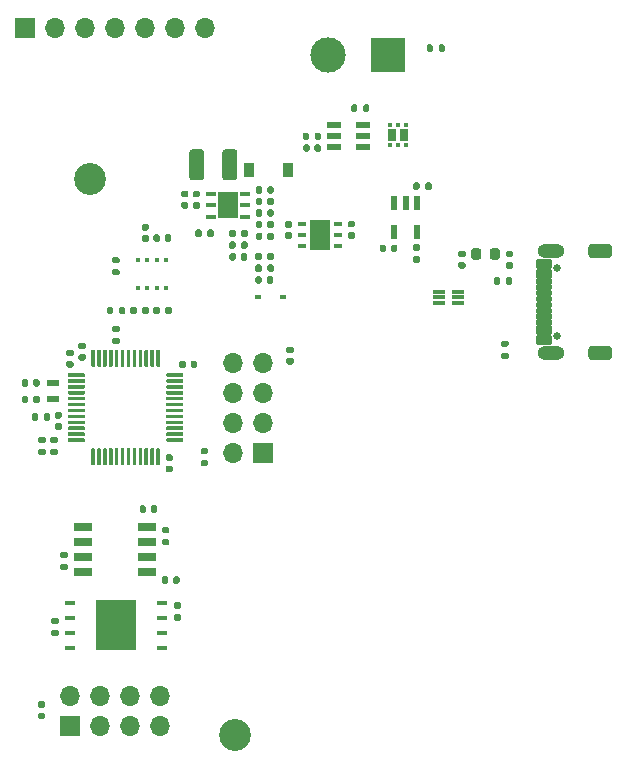
<source format=gts>
G04 #@! TF.GenerationSoftware,KiCad,Pcbnew,(5.1.12)-1*
G04 #@! TF.CreationDate,2024-11-16T16:09:52+01:00*
G04 #@! TF.ProjectId,C7W1B1V1.0,43375731-4231-4563-912e-302e6b696361,rev?*
G04 #@! TF.SameCoordinates,Original*
G04 #@! TF.FileFunction,Soldermask,Top*
G04 #@! TF.FilePolarity,Negative*
%FSLAX46Y46*%
G04 Gerber Fmt 4.6, Leading zero omitted, Abs format (unit mm)*
G04 Created by KiCad (PCBNEW (5.1.12)-1) date 2024-11-16 16:09:52*
%MOMM*%
%LPD*%
G01*
G04 APERTURE LIST*
%ADD10C,2.700000*%
%ADD11O,1.700000X1.700000*%
%ADD12R,1.700000X1.700000*%
%ADD13R,1.750000X2.500000*%
%ADD14R,0.800000X0.400000*%
%ADD15R,0.990000X0.300000*%
%ADD16C,0.650000*%
%ADD17O,2.304000X1.204000*%
%ADD18R,0.600000X1.150000*%
%ADD19C,3.000000*%
%ADD20R,3.000000X3.000000*%
%ADD21R,1.200000X0.600000*%
%ADD22R,0.720000X1.050000*%
%ADD23R,0.350000X0.300000*%
%ADD24R,1.700000X2.200000*%
%ADD25R,0.850000X0.400000*%
%ADD26R,0.600000X0.450000*%
%ADD27R,0.900000X1.200000*%
%ADD28R,0.400000X0.400000*%
%ADD29R,1.100000X0.600000*%
%ADD30R,3.450000X4.350000*%
%ADD31R,0.950000X0.450000*%
%ADD32R,1.525000X0.700000*%
G04 APERTURE END LIST*
D10*
G04 #@! TO.C,H2*
X-77980000Y-104870000D03*
G04 #@! TD*
G04 #@! TO.C,H1*
X-65730000Y-151940000D03*
G04 #@! TD*
D11*
G04 #@! TO.C,J5*
X-68210000Y-92110000D03*
X-70750000Y-92110000D03*
X-73290000Y-92110000D03*
X-75830000Y-92110000D03*
X-78370000Y-92110000D03*
X-80910000Y-92110000D03*
D12*
X-83450000Y-92110000D03*
G04 #@! TD*
D13*
G04 #@! TO.C,U9*
X-58520000Y-109650000D03*
D14*
X-57020000Y-108700000D03*
X-57020000Y-109650000D03*
X-57020000Y-110600000D03*
X-60020000Y-110600000D03*
X-60020000Y-109650000D03*
X-60020000Y-108700000D03*
G04 #@! TD*
G04 #@! TO.C,C28*
G36*
G01*
X-56030000Y-109390000D02*
X-55690000Y-109390000D01*
G75*
G02*
X-55550000Y-109530000I0J-140000D01*
G01*
X-55550000Y-109810000D01*
G75*
G02*
X-55690000Y-109950000I-140000J0D01*
G01*
X-56030000Y-109950000D01*
G75*
G02*
X-56170000Y-109810000I0J140000D01*
G01*
X-56170000Y-109530000D01*
G75*
G02*
X-56030000Y-109390000I140000J0D01*
G01*
G37*
G36*
G01*
X-56030000Y-108430000D02*
X-55690000Y-108430000D01*
G75*
G02*
X-55550000Y-108570000I0J-140000D01*
G01*
X-55550000Y-108850000D01*
G75*
G02*
X-55690000Y-108990000I-140000J0D01*
G01*
X-56030000Y-108990000D01*
G75*
G02*
X-56170000Y-108850000I0J140000D01*
G01*
X-56170000Y-108570000D01*
G75*
G02*
X-56030000Y-108430000I140000J0D01*
G01*
G37*
G04 #@! TD*
G04 #@! TO.C,C27*
G36*
G01*
X-61350000Y-109400000D02*
X-61010000Y-109400000D01*
G75*
G02*
X-60870000Y-109540000I0J-140000D01*
G01*
X-60870000Y-109820000D01*
G75*
G02*
X-61010000Y-109960000I-140000J0D01*
G01*
X-61350000Y-109960000D01*
G75*
G02*
X-61490000Y-109820000I0J140000D01*
G01*
X-61490000Y-109540000D01*
G75*
G02*
X-61350000Y-109400000I140000J0D01*
G01*
G37*
G36*
G01*
X-61350000Y-108440000D02*
X-61010000Y-108440000D01*
G75*
G02*
X-60870000Y-108580000I0J-140000D01*
G01*
X-60870000Y-108860000D01*
G75*
G02*
X-61010000Y-109000000I-140000J0D01*
G01*
X-61350000Y-109000000D01*
G75*
G02*
X-61490000Y-108860000I0J140000D01*
G01*
X-61490000Y-108580000D01*
G75*
G02*
X-61350000Y-108440000I140000J0D01*
G01*
G37*
G04 #@! TD*
D15*
G04 #@! TO.C,U5*
X-48475000Y-115420000D03*
X-48475000Y-114920000D03*
X-48475000Y-114420000D03*
X-46865000Y-114420000D03*
X-46865000Y-114920000D03*
X-46865000Y-115420000D03*
G04 #@! TD*
G04 #@! TO.C,R25*
G36*
G01*
X-81215000Y-127720000D02*
X-80845000Y-127720000D01*
G75*
G02*
X-80710000Y-127855000I0J-135000D01*
G01*
X-80710000Y-128125000D01*
G75*
G02*
X-80845000Y-128260000I-135000J0D01*
G01*
X-81215000Y-128260000D01*
G75*
G02*
X-81350000Y-128125000I0J135000D01*
G01*
X-81350000Y-127855000D01*
G75*
G02*
X-81215000Y-127720000I135000J0D01*
G01*
G37*
G36*
G01*
X-81215000Y-126700000D02*
X-80845000Y-126700000D01*
G75*
G02*
X-80710000Y-126835000I0J-135000D01*
G01*
X-80710000Y-127105000D01*
G75*
G02*
X-80845000Y-127240000I-135000J0D01*
G01*
X-81215000Y-127240000D01*
G75*
G02*
X-81350000Y-127105000I0J135000D01*
G01*
X-81350000Y-126835000D01*
G75*
G02*
X-81215000Y-126700000I135000J0D01*
G01*
G37*
G04 #@! TD*
G04 #@! TO.C,R24*
G36*
G01*
X-82225000Y-127720000D02*
X-81855000Y-127720000D01*
G75*
G02*
X-81720000Y-127855000I0J-135000D01*
G01*
X-81720000Y-128125000D01*
G75*
G02*
X-81855000Y-128260000I-135000J0D01*
G01*
X-82225000Y-128260000D01*
G75*
G02*
X-82360000Y-128125000I0J135000D01*
G01*
X-82360000Y-127855000D01*
G75*
G02*
X-82225000Y-127720000I135000J0D01*
G01*
G37*
G36*
G01*
X-82225000Y-126700000D02*
X-81855000Y-126700000D01*
G75*
G02*
X-81720000Y-126835000I0J-135000D01*
G01*
X-81720000Y-127105000D01*
G75*
G02*
X-81855000Y-127240000I-135000J0D01*
G01*
X-82225000Y-127240000D01*
G75*
G02*
X-82360000Y-127105000I0J135000D01*
G01*
X-82360000Y-126835000D01*
G75*
G02*
X-82225000Y-126700000I135000J0D01*
G01*
G37*
G04 #@! TD*
G04 #@! TO.C,R14*
G36*
G01*
X-42770000Y-113725000D02*
X-42770000Y-113355000D01*
G75*
G02*
X-42635000Y-113220000I135000J0D01*
G01*
X-42365000Y-113220000D01*
G75*
G02*
X-42230000Y-113355000I0J-135000D01*
G01*
X-42230000Y-113725000D01*
G75*
G02*
X-42365000Y-113860000I-135000J0D01*
G01*
X-42635000Y-113860000D01*
G75*
G02*
X-42770000Y-113725000I0J135000D01*
G01*
G37*
G36*
G01*
X-43790000Y-113725000D02*
X-43790000Y-113355000D01*
G75*
G02*
X-43655000Y-113220000I135000J0D01*
G01*
X-43385000Y-113220000D01*
G75*
G02*
X-43250000Y-113355000I0J-135000D01*
G01*
X-43250000Y-113725000D01*
G75*
G02*
X-43385000Y-113860000I-135000J0D01*
G01*
X-43655000Y-113860000D01*
G75*
G02*
X-43790000Y-113725000I0J135000D01*
G01*
G37*
G04 #@! TD*
G04 #@! TO.C,R13*
G36*
G01*
X-48950000Y-93635000D02*
X-48950000Y-94005000D01*
G75*
G02*
X-49085000Y-94140000I-135000J0D01*
G01*
X-49355000Y-94140000D01*
G75*
G02*
X-49490000Y-94005000I0J135000D01*
G01*
X-49490000Y-93635000D01*
G75*
G02*
X-49355000Y-93500000I135000J0D01*
G01*
X-49085000Y-93500000D01*
G75*
G02*
X-48950000Y-93635000I0J-135000D01*
G01*
G37*
G36*
G01*
X-47930000Y-93635000D02*
X-47930000Y-94005000D01*
G75*
G02*
X-48065000Y-94140000I-135000J0D01*
G01*
X-48335000Y-94140000D01*
G75*
G02*
X-48470000Y-94005000I0J135000D01*
G01*
X-48470000Y-93635000D01*
G75*
G02*
X-48335000Y-93500000I135000J0D01*
G01*
X-48065000Y-93500000D01*
G75*
G02*
X-47930000Y-93635000I0J-135000D01*
G01*
G37*
G04 #@! TD*
G04 #@! TO.C,R12*
G36*
G01*
X-42675000Y-119110000D02*
X-43045000Y-119110000D01*
G75*
G02*
X-43180000Y-118975000I0J135000D01*
G01*
X-43180000Y-118705000D01*
G75*
G02*
X-43045000Y-118570000I135000J0D01*
G01*
X-42675000Y-118570000D01*
G75*
G02*
X-42540000Y-118705000I0J-135000D01*
G01*
X-42540000Y-118975000D01*
G75*
G02*
X-42675000Y-119110000I-135000J0D01*
G01*
G37*
G36*
G01*
X-42675000Y-120130000D02*
X-43045000Y-120130000D01*
G75*
G02*
X-43180000Y-119995000I0J135000D01*
G01*
X-43180000Y-119725000D01*
G75*
G02*
X-43045000Y-119590000I135000J0D01*
G01*
X-42675000Y-119590000D01*
G75*
G02*
X-42540000Y-119725000I0J-135000D01*
G01*
X-42540000Y-119995000D01*
G75*
G02*
X-42675000Y-120130000I-135000J0D01*
G01*
G37*
G04 #@! TD*
G04 #@! TO.C,J2*
G36*
G01*
X-38970000Y-117302000D02*
X-40120000Y-117302000D01*
G75*
G02*
X-40222000Y-117200000I0J102000D01*
G01*
X-40222000Y-116900000D01*
G75*
G02*
X-40120000Y-116798000I102000J0D01*
G01*
X-38970000Y-116798000D01*
G75*
G02*
X-38868000Y-116900000I0J-102000D01*
G01*
X-38868000Y-117200000D01*
G75*
G02*
X-38970000Y-117302000I-102000J0D01*
G01*
G37*
G36*
G01*
X-38970000Y-116802000D02*
X-40120000Y-116802000D01*
G75*
G02*
X-40222000Y-116700000I0J102000D01*
G01*
X-40222000Y-116400000D01*
G75*
G02*
X-40120000Y-116298000I102000J0D01*
G01*
X-38970000Y-116298000D01*
G75*
G02*
X-38868000Y-116400000I0J-102000D01*
G01*
X-38868000Y-116700000D01*
G75*
G02*
X-38970000Y-116802000I-102000J0D01*
G01*
G37*
G36*
G01*
X-38970000Y-116302000D02*
X-40120000Y-116302000D01*
G75*
G02*
X-40222000Y-116200000I0J102000D01*
G01*
X-40222000Y-115900000D01*
G75*
G02*
X-40120000Y-115798000I102000J0D01*
G01*
X-38970000Y-115798000D01*
G75*
G02*
X-38868000Y-115900000I0J-102000D01*
G01*
X-38868000Y-116200000D01*
G75*
G02*
X-38970000Y-116302000I-102000J0D01*
G01*
G37*
G36*
G01*
X-38970000Y-113802000D02*
X-40120000Y-113802000D01*
G75*
G02*
X-40222000Y-113700000I0J102000D01*
G01*
X-40222000Y-113400000D01*
G75*
G02*
X-40120000Y-113298000I102000J0D01*
G01*
X-38970000Y-113298000D01*
G75*
G02*
X-38868000Y-113400000I0J-102000D01*
G01*
X-38868000Y-113700000D01*
G75*
G02*
X-38970000Y-113802000I-102000J0D01*
G01*
G37*
G36*
G01*
X-38970000Y-114302000D02*
X-40120000Y-114302000D01*
G75*
G02*
X-40222000Y-114200000I0J102000D01*
G01*
X-40222000Y-113900000D01*
G75*
G02*
X-40120000Y-113798000I102000J0D01*
G01*
X-38970000Y-113798000D01*
G75*
G02*
X-38868000Y-113900000I0J-102000D01*
G01*
X-38868000Y-114200000D01*
G75*
G02*
X-38970000Y-114302000I-102000J0D01*
G01*
G37*
G36*
G01*
X-38970000Y-114802000D02*
X-40120000Y-114802000D01*
G75*
G02*
X-40222000Y-114700000I0J102000D01*
G01*
X-40222000Y-114400000D01*
G75*
G02*
X-40120000Y-114298000I102000J0D01*
G01*
X-38970000Y-114298000D01*
G75*
G02*
X-38868000Y-114400000I0J-102000D01*
G01*
X-38868000Y-114700000D01*
G75*
G02*
X-38970000Y-114802000I-102000J0D01*
G01*
G37*
G36*
G01*
X-38970000Y-115802000D02*
X-40120000Y-115802000D01*
G75*
G02*
X-40222000Y-115700000I0J102000D01*
G01*
X-40222000Y-115400000D01*
G75*
G02*
X-40120000Y-115298000I102000J0D01*
G01*
X-38970000Y-115298000D01*
G75*
G02*
X-38868000Y-115400000I0J-102000D01*
G01*
X-38868000Y-115700000D01*
G75*
G02*
X-38970000Y-115802000I-102000J0D01*
G01*
G37*
G36*
G01*
X-38970000Y-115302000D02*
X-40120000Y-115302000D01*
G75*
G02*
X-40222000Y-115200000I0J102000D01*
G01*
X-40222000Y-114900000D01*
G75*
G02*
X-40120000Y-114798000I102000J0D01*
G01*
X-38970000Y-114798000D01*
G75*
G02*
X-38868000Y-114900000I0J-102000D01*
G01*
X-38868000Y-115200000D01*
G75*
G02*
X-38970000Y-115302000I-102000J0D01*
G01*
G37*
G36*
G01*
X-38970000Y-113302000D02*
X-40120000Y-113302000D01*
G75*
G02*
X-40222000Y-113200000I0J102000D01*
G01*
X-40222000Y-112600000D01*
G75*
G02*
X-40120000Y-112498000I102000J0D01*
G01*
X-38970000Y-112498000D01*
G75*
G02*
X-38868000Y-112600000I0J-102000D01*
G01*
X-38868000Y-113200000D01*
G75*
G02*
X-38970000Y-113302000I-102000J0D01*
G01*
G37*
G36*
G01*
X-38970000Y-118102000D02*
X-40120000Y-118102000D01*
G75*
G02*
X-40222000Y-118000000I0J102000D01*
G01*
X-40222000Y-117400000D01*
G75*
G02*
X-40120000Y-117298000I102000J0D01*
G01*
X-38970000Y-117298000D01*
G75*
G02*
X-38868000Y-117400000I0J-102000D01*
G01*
X-38868000Y-118000000D01*
G75*
G02*
X-38970000Y-118102000I-102000J0D01*
G01*
G37*
G36*
G01*
X-38970000Y-112502000D02*
X-40120000Y-112502000D01*
G75*
G02*
X-40222000Y-112400000I0J102000D01*
G01*
X-40222000Y-111800000D01*
G75*
G02*
X-40120000Y-111698000I102000J0D01*
G01*
X-38970000Y-111698000D01*
G75*
G02*
X-38868000Y-111800000I0J-102000D01*
G01*
X-38868000Y-112400000D01*
G75*
G02*
X-38970000Y-112502000I-102000J0D01*
G01*
G37*
G36*
G01*
X-38970000Y-118902000D02*
X-40120000Y-118902000D01*
G75*
G02*
X-40222000Y-118800000I0J102000D01*
G01*
X-40222000Y-118200000D01*
G75*
G02*
X-40120000Y-118098000I102000J0D01*
G01*
X-38970000Y-118098000D01*
G75*
G02*
X-38868000Y-118200000I0J-102000D01*
G01*
X-38868000Y-118800000D01*
G75*
G02*
X-38970000Y-118902000I-102000J0D01*
G01*
G37*
D16*
X-38470000Y-118190000D03*
X-38470000Y-112410000D03*
D17*
X-38970000Y-110980000D03*
X-38970000Y-119620000D03*
G36*
G01*
X-34089000Y-111582000D02*
X-35491000Y-111582000D01*
G75*
G02*
X-35792000Y-111281000I0J301000D01*
G01*
X-35792000Y-110679000D01*
G75*
G02*
X-35491000Y-110378000I301000J0D01*
G01*
X-34089000Y-110378000D01*
G75*
G02*
X-33788000Y-110679000I0J-301000D01*
G01*
X-33788000Y-111281000D01*
G75*
G02*
X-34089000Y-111582000I-301000J0D01*
G01*
G37*
G36*
G01*
X-34089000Y-120222000D02*
X-35491000Y-120222000D01*
G75*
G02*
X-35792000Y-119921000I0J301000D01*
G01*
X-35792000Y-119319000D01*
G75*
G02*
X-35491000Y-119018000I301000J0D01*
G01*
X-34089000Y-119018000D01*
G75*
G02*
X-33788000Y-119319000I0J-301000D01*
G01*
X-33788000Y-119921000D01*
G75*
G02*
X-34089000Y-120222000I-301000J0D01*
G01*
G37*
G04 #@! TD*
G04 #@! TO.C,F1*
G36*
G01*
X-44140000Y-111496250D02*
X-44140000Y-110983750D01*
G75*
G02*
X-43921250Y-110765000I218750J0D01*
G01*
X-43483750Y-110765000D01*
G75*
G02*
X-43265000Y-110983750I0J-218750D01*
G01*
X-43265000Y-111496250D01*
G75*
G02*
X-43483750Y-111715000I-218750J0D01*
G01*
X-43921250Y-111715000D01*
G75*
G02*
X-44140000Y-111496250I0J218750D01*
G01*
G37*
G36*
G01*
X-45715000Y-111496250D02*
X-45715000Y-110983750D01*
G75*
G02*
X-45496250Y-110765000I218750J0D01*
G01*
X-45058750Y-110765000D01*
G75*
G02*
X-44840000Y-110983750I0J-218750D01*
G01*
X-44840000Y-111496250D01*
G75*
G02*
X-45058750Y-111715000I-218750J0D01*
G01*
X-45496250Y-111715000D01*
G75*
G02*
X-45715000Y-111496250I0J218750D01*
G01*
G37*
G04 #@! TD*
G04 #@! TO.C,C14*
G36*
G01*
X-46670000Y-111910000D02*
X-46330000Y-111910000D01*
G75*
G02*
X-46190000Y-112050000I0J-140000D01*
G01*
X-46190000Y-112330000D01*
G75*
G02*
X-46330000Y-112470000I-140000J0D01*
G01*
X-46670000Y-112470000D01*
G75*
G02*
X-46810000Y-112330000I0J140000D01*
G01*
X-46810000Y-112050000D01*
G75*
G02*
X-46670000Y-111910000I140000J0D01*
G01*
G37*
G36*
G01*
X-46670000Y-110950000D02*
X-46330000Y-110950000D01*
G75*
G02*
X-46190000Y-111090000I0J-140000D01*
G01*
X-46190000Y-111370000D01*
G75*
G02*
X-46330000Y-111510000I-140000J0D01*
G01*
X-46670000Y-111510000D01*
G75*
G02*
X-46810000Y-111370000I0J140000D01*
G01*
X-46810000Y-111090000D01*
G75*
G02*
X-46670000Y-110950000I140000J0D01*
G01*
G37*
G04 #@! TD*
G04 #@! TO.C,C13*
G36*
G01*
X-42630000Y-111910000D02*
X-42290000Y-111910000D01*
G75*
G02*
X-42150000Y-112050000I0J-140000D01*
G01*
X-42150000Y-112330000D01*
G75*
G02*
X-42290000Y-112470000I-140000J0D01*
G01*
X-42630000Y-112470000D01*
G75*
G02*
X-42770000Y-112330000I0J140000D01*
G01*
X-42770000Y-112050000D01*
G75*
G02*
X-42630000Y-111910000I140000J0D01*
G01*
G37*
G36*
G01*
X-42630000Y-110950000D02*
X-42290000Y-110950000D01*
G75*
G02*
X-42150000Y-111090000I0J-140000D01*
G01*
X-42150000Y-111370000D01*
G75*
G02*
X-42290000Y-111510000I-140000J0D01*
G01*
X-42630000Y-111510000D01*
G75*
G02*
X-42770000Y-111370000I0J140000D01*
G01*
X-42770000Y-111090000D01*
G75*
G02*
X-42630000Y-110950000I140000J0D01*
G01*
G37*
G04 #@! TD*
D18*
G04 #@! TO.C,U6*
X-50320000Y-109390000D03*
X-52220000Y-109390000D03*
X-52220000Y-106890000D03*
X-51270000Y-106890000D03*
X-50320000Y-106890000D03*
G04 #@! TD*
G04 #@! TO.C,R17*
G36*
G01*
X-50515000Y-111440000D02*
X-50145000Y-111440000D01*
G75*
G02*
X-50010000Y-111575000I0J-135000D01*
G01*
X-50010000Y-111845000D01*
G75*
G02*
X-50145000Y-111980000I-135000J0D01*
G01*
X-50515000Y-111980000D01*
G75*
G02*
X-50650000Y-111845000I0J135000D01*
G01*
X-50650000Y-111575000D01*
G75*
G02*
X-50515000Y-111440000I135000J0D01*
G01*
G37*
G36*
G01*
X-50515000Y-110420000D02*
X-50145000Y-110420000D01*
G75*
G02*
X-50010000Y-110555000I0J-135000D01*
G01*
X-50010000Y-110825000D01*
G75*
G02*
X-50145000Y-110960000I-135000J0D01*
G01*
X-50515000Y-110960000D01*
G75*
G02*
X-50650000Y-110825000I0J135000D01*
G01*
X-50650000Y-110555000D01*
G75*
G02*
X-50515000Y-110420000I135000J0D01*
G01*
G37*
G04 #@! TD*
G04 #@! TO.C,R16*
G36*
G01*
X-50080000Y-105315000D02*
X-50080000Y-105685000D01*
G75*
G02*
X-50215000Y-105820000I-135000J0D01*
G01*
X-50485000Y-105820000D01*
G75*
G02*
X-50620000Y-105685000I0J135000D01*
G01*
X-50620000Y-105315000D01*
G75*
G02*
X-50485000Y-105180000I135000J0D01*
G01*
X-50215000Y-105180000D01*
G75*
G02*
X-50080000Y-105315000I0J-135000D01*
G01*
G37*
G36*
G01*
X-49060000Y-105315000D02*
X-49060000Y-105685000D01*
G75*
G02*
X-49195000Y-105820000I-135000J0D01*
G01*
X-49465000Y-105820000D01*
G75*
G02*
X-49600000Y-105685000I0J135000D01*
G01*
X-49600000Y-105315000D01*
G75*
G02*
X-49465000Y-105180000I135000J0D01*
G01*
X-49195000Y-105180000D01*
G75*
G02*
X-49060000Y-105315000I0J-135000D01*
G01*
G37*
G04 #@! TD*
D19*
G04 #@! TO.C,J3*
X-57850000Y-94350000D03*
D20*
X-52770000Y-94350000D03*
G04 #@! TD*
G04 #@! TO.C,C17*
G36*
G01*
X-52910000Y-110580000D02*
X-52910000Y-110920000D01*
G75*
G02*
X-53050000Y-111060000I-140000J0D01*
G01*
X-53330000Y-111060000D01*
G75*
G02*
X-53470000Y-110920000I0J140000D01*
G01*
X-53470000Y-110580000D01*
G75*
G02*
X-53330000Y-110440000I140000J0D01*
G01*
X-53050000Y-110440000D01*
G75*
G02*
X-52910000Y-110580000I0J-140000D01*
G01*
G37*
G36*
G01*
X-51950000Y-110580000D02*
X-51950000Y-110920000D01*
G75*
G02*
X-52090000Y-111060000I-140000J0D01*
G01*
X-52370000Y-111060000D01*
G75*
G02*
X-52510000Y-110920000I0J140000D01*
G01*
X-52510000Y-110580000D01*
G75*
G02*
X-52370000Y-110440000I140000J0D01*
G01*
X-52090000Y-110440000D01*
G75*
G02*
X-51950000Y-110580000I0J-140000D01*
G01*
G37*
G04 #@! TD*
D21*
G04 #@! TO.C,U8*
X-57360000Y-102180000D03*
X-57360000Y-101230000D03*
X-57360000Y-100280000D03*
X-54860000Y-100280000D03*
X-54860000Y-101230000D03*
X-54860000Y-102180000D03*
G04 #@! TD*
D22*
G04 #@! TO.C,Q1*
X-51430000Y-101150000D03*
X-52410000Y-101150000D03*
D23*
X-52570000Y-100275000D03*
X-51920000Y-100275000D03*
X-51270000Y-100275000D03*
X-51270000Y-102025000D03*
X-51920000Y-102025000D03*
X-52570000Y-102025000D03*
G04 #@! TD*
G04 #@! TO.C,R23*
G36*
G01*
X-59440000Y-101095000D02*
X-59440000Y-101465000D01*
G75*
G02*
X-59575000Y-101600000I-135000J0D01*
G01*
X-59845000Y-101600000D01*
G75*
G02*
X-59980000Y-101465000I0J135000D01*
G01*
X-59980000Y-101095000D01*
G75*
G02*
X-59845000Y-100960000I135000J0D01*
G01*
X-59575000Y-100960000D01*
G75*
G02*
X-59440000Y-101095000I0J-135000D01*
G01*
G37*
G36*
G01*
X-58420000Y-101095000D02*
X-58420000Y-101465000D01*
G75*
G02*
X-58555000Y-101600000I-135000J0D01*
G01*
X-58825000Y-101600000D01*
G75*
G02*
X-58960000Y-101465000I0J135000D01*
G01*
X-58960000Y-101095000D01*
G75*
G02*
X-58825000Y-100960000I135000J0D01*
G01*
X-58555000Y-100960000D01*
G75*
G02*
X-58420000Y-101095000I0J-135000D01*
G01*
G37*
G04 #@! TD*
G04 #@! TO.C,R20*
G36*
G01*
X-54860000Y-99085000D02*
X-54860000Y-98715000D01*
G75*
G02*
X-54725000Y-98580000I135000J0D01*
G01*
X-54455000Y-98580000D01*
G75*
G02*
X-54320000Y-98715000I0J-135000D01*
G01*
X-54320000Y-99085000D01*
G75*
G02*
X-54455000Y-99220000I-135000J0D01*
G01*
X-54725000Y-99220000D01*
G75*
G02*
X-54860000Y-99085000I0J135000D01*
G01*
G37*
G36*
G01*
X-55880000Y-99085000D02*
X-55880000Y-98715000D01*
G75*
G02*
X-55745000Y-98580000I135000J0D01*
G01*
X-55475000Y-98580000D01*
G75*
G02*
X-55340000Y-98715000I0J-135000D01*
G01*
X-55340000Y-99085000D01*
G75*
G02*
X-55475000Y-99220000I-135000J0D01*
G01*
X-55745000Y-99220000D01*
G75*
G02*
X-55880000Y-99085000I0J135000D01*
G01*
G37*
G04 #@! TD*
G04 #@! TO.C,C24*
G36*
G01*
X-58980000Y-102440000D02*
X-58980000Y-102100000D01*
G75*
G02*
X-58840000Y-101960000I140000J0D01*
G01*
X-58560000Y-101960000D01*
G75*
G02*
X-58420000Y-102100000I0J-140000D01*
G01*
X-58420000Y-102440000D01*
G75*
G02*
X-58560000Y-102580000I-140000J0D01*
G01*
X-58840000Y-102580000D01*
G75*
G02*
X-58980000Y-102440000I0J140000D01*
G01*
G37*
G36*
G01*
X-59940000Y-102440000D02*
X-59940000Y-102100000D01*
G75*
G02*
X-59800000Y-101960000I140000J0D01*
G01*
X-59520000Y-101960000D01*
G75*
G02*
X-59380000Y-102100000I0J-140000D01*
G01*
X-59380000Y-102440000D01*
G75*
G02*
X-59520000Y-102580000I-140000J0D01*
G01*
X-59800000Y-102580000D01*
G75*
G02*
X-59940000Y-102440000I0J140000D01*
G01*
G37*
G04 #@! TD*
D24*
G04 #@! TO.C,U7*
X-66330000Y-107130000D03*
D25*
X-64880000Y-106180000D03*
X-64880000Y-107130000D03*
X-64880000Y-108080000D03*
X-67780000Y-108080000D03*
X-67780000Y-107130000D03*
X-67780000Y-106180000D03*
G04 #@! TD*
G04 #@! TO.C,R22*
G36*
G01*
X-62960000Y-112625000D02*
X-62960000Y-112255000D01*
G75*
G02*
X-62825000Y-112120000I135000J0D01*
G01*
X-62555000Y-112120000D01*
G75*
G02*
X-62420000Y-112255000I0J-135000D01*
G01*
X-62420000Y-112625000D01*
G75*
G02*
X-62555000Y-112760000I-135000J0D01*
G01*
X-62825000Y-112760000D01*
G75*
G02*
X-62960000Y-112625000I0J135000D01*
G01*
G37*
G36*
G01*
X-63980000Y-112625000D02*
X-63980000Y-112255000D01*
G75*
G02*
X-63845000Y-112120000I135000J0D01*
G01*
X-63575000Y-112120000D01*
G75*
G02*
X-63440000Y-112255000I0J-135000D01*
G01*
X-63440000Y-112625000D01*
G75*
G02*
X-63575000Y-112760000I-135000J0D01*
G01*
X-63845000Y-112760000D01*
G75*
G02*
X-63980000Y-112625000I0J135000D01*
G01*
G37*
G04 #@! TD*
G04 #@! TO.C,R21*
G36*
G01*
X-63440000Y-111265000D02*
X-63440000Y-111635000D01*
G75*
G02*
X-63575000Y-111770000I-135000J0D01*
G01*
X-63845000Y-111770000D01*
G75*
G02*
X-63980000Y-111635000I0J135000D01*
G01*
X-63980000Y-111265000D01*
G75*
G02*
X-63845000Y-111130000I135000J0D01*
G01*
X-63575000Y-111130000D01*
G75*
G02*
X-63440000Y-111265000I0J-135000D01*
G01*
G37*
G36*
G01*
X-62420000Y-111265000D02*
X-62420000Y-111635000D01*
G75*
G02*
X-62555000Y-111770000I-135000J0D01*
G01*
X-62825000Y-111770000D01*
G75*
G02*
X-62960000Y-111635000I0J135000D01*
G01*
X-62960000Y-111265000D01*
G75*
G02*
X-62825000Y-111130000I135000J0D01*
G01*
X-62555000Y-111130000D01*
G75*
G02*
X-62420000Y-111265000I0J-135000D01*
G01*
G37*
G04 #@! TD*
G04 #@! TO.C,R19*
G36*
G01*
X-65650000Y-109305000D02*
X-65650000Y-109675000D01*
G75*
G02*
X-65785000Y-109810000I-135000J0D01*
G01*
X-66055000Y-109810000D01*
G75*
G02*
X-66190000Y-109675000I0J135000D01*
G01*
X-66190000Y-109305000D01*
G75*
G02*
X-66055000Y-109170000I135000J0D01*
G01*
X-65785000Y-109170000D01*
G75*
G02*
X-65650000Y-109305000I0J-135000D01*
G01*
G37*
G36*
G01*
X-64630000Y-109305000D02*
X-64630000Y-109675000D01*
G75*
G02*
X-64765000Y-109810000I-135000J0D01*
G01*
X-65035000Y-109810000D01*
G75*
G02*
X-65170000Y-109675000I0J135000D01*
G01*
X-65170000Y-109305000D01*
G75*
G02*
X-65035000Y-109170000I135000J0D01*
G01*
X-64765000Y-109170000D01*
G75*
G02*
X-64630000Y-109305000I0J-135000D01*
G01*
G37*
G04 #@! TD*
G04 #@! TO.C,R18*
G36*
G01*
X-65660000Y-110305000D02*
X-65660000Y-110675000D01*
G75*
G02*
X-65795000Y-110810000I-135000J0D01*
G01*
X-66065000Y-110810000D01*
G75*
G02*
X-66200000Y-110675000I0J135000D01*
G01*
X-66200000Y-110305000D01*
G75*
G02*
X-66065000Y-110170000I135000J0D01*
G01*
X-65795000Y-110170000D01*
G75*
G02*
X-65660000Y-110305000I0J-135000D01*
G01*
G37*
G36*
G01*
X-64640000Y-110305000D02*
X-64640000Y-110675000D01*
G75*
G02*
X-64775000Y-110810000I-135000J0D01*
G01*
X-65045000Y-110810000D01*
G75*
G02*
X-65180000Y-110675000I0J135000D01*
G01*
X-65180000Y-110305000D01*
G75*
G02*
X-65045000Y-110170000I135000J0D01*
G01*
X-64775000Y-110170000D01*
G75*
G02*
X-64640000Y-110305000I0J-135000D01*
G01*
G37*
G04 #@! TD*
G04 #@! TO.C,R15*
G36*
G01*
X-68530000Y-109295000D02*
X-68530000Y-109665000D01*
G75*
G02*
X-68665000Y-109800000I-135000J0D01*
G01*
X-68935000Y-109800000D01*
G75*
G02*
X-69070000Y-109665000I0J135000D01*
G01*
X-69070000Y-109295000D01*
G75*
G02*
X-68935000Y-109160000I135000J0D01*
G01*
X-68665000Y-109160000D01*
G75*
G02*
X-68530000Y-109295000I0J-135000D01*
G01*
G37*
G36*
G01*
X-67510000Y-109295000D02*
X-67510000Y-109665000D01*
G75*
G02*
X-67645000Y-109800000I-135000J0D01*
G01*
X-67915000Y-109800000D01*
G75*
G02*
X-68050000Y-109665000I0J135000D01*
G01*
X-68050000Y-109295000D01*
G75*
G02*
X-67915000Y-109160000I135000J0D01*
G01*
X-67645000Y-109160000D01*
G75*
G02*
X-67510000Y-109295000I0J-135000D01*
G01*
G37*
G04 #@! TD*
G04 #@! TO.C,L1*
G36*
G01*
X-66765000Y-104765000D02*
X-66765000Y-102615000D01*
G75*
G02*
X-66515000Y-102365000I250000J0D01*
G01*
X-65765000Y-102365000D01*
G75*
G02*
X-65515000Y-102615000I0J-250000D01*
G01*
X-65515000Y-104765000D01*
G75*
G02*
X-65765000Y-105015000I-250000J0D01*
G01*
X-66515000Y-105015000D01*
G75*
G02*
X-66765000Y-104765000I0J250000D01*
G01*
G37*
G36*
G01*
X-69565000Y-104765000D02*
X-69565000Y-102615000D01*
G75*
G02*
X-69315000Y-102365000I250000J0D01*
G01*
X-68565000Y-102365000D01*
G75*
G02*
X-68315000Y-102615000I0J-250000D01*
G01*
X-68315000Y-104765000D01*
G75*
G02*
X-68565000Y-105015000I-250000J0D01*
G01*
X-69315000Y-105015000D01*
G75*
G02*
X-69565000Y-104765000I0J250000D01*
G01*
G37*
G04 #@! TD*
D26*
G04 #@! TO.C,D2*
X-61620000Y-114920000D03*
X-63720000Y-114920000D03*
G04 #@! TD*
D27*
G04 #@! TO.C,D1*
X-64480000Y-104110000D03*
X-61180000Y-104110000D03*
G04 #@! TD*
G04 #@! TO.C,C25*
G36*
G01*
X-63390000Y-105650000D02*
X-63390000Y-105990000D01*
G75*
G02*
X-63530000Y-106130000I-140000J0D01*
G01*
X-63810000Y-106130000D01*
G75*
G02*
X-63950000Y-105990000I0J140000D01*
G01*
X-63950000Y-105650000D01*
G75*
G02*
X-63810000Y-105510000I140000J0D01*
G01*
X-63530000Y-105510000D01*
G75*
G02*
X-63390000Y-105650000I0J-140000D01*
G01*
G37*
G36*
G01*
X-62430000Y-105650000D02*
X-62430000Y-105990000D01*
G75*
G02*
X-62570000Y-106130000I-140000J0D01*
G01*
X-62850000Y-106130000D01*
G75*
G02*
X-62990000Y-105990000I0J140000D01*
G01*
X-62990000Y-105650000D01*
G75*
G02*
X-62850000Y-105510000I140000J0D01*
G01*
X-62570000Y-105510000D01*
G75*
G02*
X-62430000Y-105650000I0J-140000D01*
G01*
G37*
G04 #@! TD*
G04 #@! TO.C,C23*
G36*
G01*
X-63390000Y-109570000D02*
X-63390000Y-109910000D01*
G75*
G02*
X-63530000Y-110050000I-140000J0D01*
G01*
X-63810000Y-110050000D01*
G75*
G02*
X-63950000Y-109910000I0J140000D01*
G01*
X-63950000Y-109570000D01*
G75*
G02*
X-63810000Y-109430000I140000J0D01*
G01*
X-63530000Y-109430000D01*
G75*
G02*
X-63390000Y-109570000I0J-140000D01*
G01*
G37*
G36*
G01*
X-62430000Y-109570000D02*
X-62430000Y-109910000D01*
G75*
G02*
X-62570000Y-110050000I-140000J0D01*
G01*
X-62850000Y-110050000D01*
G75*
G02*
X-62990000Y-109910000I0J140000D01*
G01*
X-62990000Y-109570000D01*
G75*
G02*
X-62850000Y-109430000I140000J0D01*
G01*
X-62570000Y-109430000D01*
G75*
G02*
X-62430000Y-109570000I0J-140000D01*
G01*
G37*
G04 #@! TD*
G04 #@! TO.C,C22*
G36*
G01*
X-63390000Y-108580000D02*
X-63390000Y-108920000D01*
G75*
G02*
X-63530000Y-109060000I-140000J0D01*
G01*
X-63810000Y-109060000D01*
G75*
G02*
X-63950000Y-108920000I0J140000D01*
G01*
X-63950000Y-108580000D01*
G75*
G02*
X-63810000Y-108440000I140000J0D01*
G01*
X-63530000Y-108440000D01*
G75*
G02*
X-63390000Y-108580000I0J-140000D01*
G01*
G37*
G36*
G01*
X-62430000Y-108580000D02*
X-62430000Y-108920000D01*
G75*
G02*
X-62570000Y-109060000I-140000J0D01*
G01*
X-62850000Y-109060000D01*
G75*
G02*
X-62990000Y-108920000I0J140000D01*
G01*
X-62990000Y-108580000D01*
G75*
G02*
X-62850000Y-108440000I140000J0D01*
G01*
X-62570000Y-108440000D01*
G75*
G02*
X-62430000Y-108580000I0J-140000D01*
G01*
G37*
G04 #@! TD*
G04 #@! TO.C,C21*
G36*
G01*
X-63030000Y-113600000D02*
X-63030000Y-113260000D01*
G75*
G02*
X-62890000Y-113120000I140000J0D01*
G01*
X-62610000Y-113120000D01*
G75*
G02*
X-62470000Y-113260000I0J-140000D01*
G01*
X-62470000Y-113600000D01*
G75*
G02*
X-62610000Y-113740000I-140000J0D01*
G01*
X-62890000Y-113740000D01*
G75*
G02*
X-63030000Y-113600000I0J140000D01*
G01*
G37*
G36*
G01*
X-63990000Y-113600000D02*
X-63990000Y-113260000D01*
G75*
G02*
X-63850000Y-113120000I140000J0D01*
G01*
X-63570000Y-113120000D01*
G75*
G02*
X-63430000Y-113260000I0J-140000D01*
G01*
X-63430000Y-113600000D01*
G75*
G02*
X-63570000Y-113740000I-140000J0D01*
G01*
X-63850000Y-113740000D01*
G75*
G02*
X-63990000Y-113600000I0J140000D01*
G01*
G37*
G04 #@! TD*
G04 #@! TO.C,C20*
G36*
G01*
X-63390000Y-107600000D02*
X-63390000Y-107940000D01*
G75*
G02*
X-63530000Y-108080000I-140000J0D01*
G01*
X-63810000Y-108080000D01*
G75*
G02*
X-63950000Y-107940000I0J140000D01*
G01*
X-63950000Y-107600000D01*
G75*
G02*
X-63810000Y-107460000I140000J0D01*
G01*
X-63530000Y-107460000D01*
G75*
G02*
X-63390000Y-107600000I0J-140000D01*
G01*
G37*
G36*
G01*
X-62430000Y-107600000D02*
X-62430000Y-107940000D01*
G75*
G02*
X-62570000Y-108080000I-140000J0D01*
G01*
X-62850000Y-108080000D01*
G75*
G02*
X-62990000Y-107940000I0J140000D01*
G01*
X-62990000Y-107600000D01*
G75*
G02*
X-62850000Y-107460000I140000J0D01*
G01*
X-62570000Y-107460000D01*
G75*
G02*
X-62430000Y-107600000I0J-140000D01*
G01*
G37*
G04 #@! TD*
G04 #@! TO.C,C19*
G36*
G01*
X-63390000Y-106630000D02*
X-63390000Y-106970000D01*
G75*
G02*
X-63530000Y-107110000I-140000J0D01*
G01*
X-63810000Y-107110000D01*
G75*
G02*
X-63950000Y-106970000I0J140000D01*
G01*
X-63950000Y-106630000D01*
G75*
G02*
X-63810000Y-106490000I140000J0D01*
G01*
X-63530000Y-106490000D01*
G75*
G02*
X-63390000Y-106630000I0J-140000D01*
G01*
G37*
G36*
G01*
X-62430000Y-106630000D02*
X-62430000Y-106970000D01*
G75*
G02*
X-62570000Y-107110000I-140000J0D01*
G01*
X-62850000Y-107110000D01*
G75*
G02*
X-62990000Y-106970000I0J140000D01*
G01*
X-62990000Y-106630000D01*
G75*
G02*
X-62850000Y-106490000I140000J0D01*
G01*
X-62570000Y-106490000D01*
G75*
G02*
X-62430000Y-106630000I0J-140000D01*
G01*
G37*
G04 #@! TD*
G04 #@! TO.C,C18*
G36*
G01*
X-65620000Y-111310000D02*
X-65620000Y-111650000D01*
G75*
G02*
X-65760000Y-111790000I-140000J0D01*
G01*
X-66040000Y-111790000D01*
G75*
G02*
X-66180000Y-111650000I0J140000D01*
G01*
X-66180000Y-111310000D01*
G75*
G02*
X-66040000Y-111170000I140000J0D01*
G01*
X-65760000Y-111170000D01*
G75*
G02*
X-65620000Y-111310000I0J-140000D01*
G01*
G37*
G36*
G01*
X-64660000Y-111310000D02*
X-64660000Y-111650000D01*
G75*
G02*
X-64800000Y-111790000I-140000J0D01*
G01*
X-65080000Y-111790000D01*
G75*
G02*
X-65220000Y-111650000I0J140000D01*
G01*
X-65220000Y-111310000D01*
G75*
G02*
X-65080000Y-111170000I140000J0D01*
G01*
X-64800000Y-111170000D01*
G75*
G02*
X-64660000Y-111310000I0J-140000D01*
G01*
G37*
G04 #@! TD*
G04 #@! TO.C,C16*
G36*
G01*
X-68810000Y-106440000D02*
X-69150000Y-106440000D01*
G75*
G02*
X-69290000Y-106300000I0J140000D01*
G01*
X-69290000Y-106020000D01*
G75*
G02*
X-69150000Y-105880000I140000J0D01*
G01*
X-68810000Y-105880000D01*
G75*
G02*
X-68670000Y-106020000I0J-140000D01*
G01*
X-68670000Y-106300000D01*
G75*
G02*
X-68810000Y-106440000I-140000J0D01*
G01*
G37*
G36*
G01*
X-68810000Y-107400000D02*
X-69150000Y-107400000D01*
G75*
G02*
X-69290000Y-107260000I0J140000D01*
G01*
X-69290000Y-106980000D01*
G75*
G02*
X-69150000Y-106840000I140000J0D01*
G01*
X-68810000Y-106840000D01*
G75*
G02*
X-68670000Y-106980000I0J-140000D01*
G01*
X-68670000Y-107260000D01*
G75*
G02*
X-68810000Y-107400000I-140000J0D01*
G01*
G37*
G04 #@! TD*
G04 #@! TO.C,C15*
G36*
G01*
X-69790000Y-106440000D02*
X-70130000Y-106440000D01*
G75*
G02*
X-70270000Y-106300000I0J140000D01*
G01*
X-70270000Y-106020000D01*
G75*
G02*
X-70130000Y-105880000I140000J0D01*
G01*
X-69790000Y-105880000D01*
G75*
G02*
X-69650000Y-106020000I0J-140000D01*
G01*
X-69650000Y-106300000D01*
G75*
G02*
X-69790000Y-106440000I-140000J0D01*
G01*
G37*
G36*
G01*
X-69790000Y-107400000D02*
X-70130000Y-107400000D01*
G75*
G02*
X-70270000Y-107260000I0J140000D01*
G01*
X-70270000Y-106980000D01*
G75*
G02*
X-70130000Y-106840000I140000J0D01*
G01*
X-69790000Y-106840000D01*
G75*
G02*
X-69650000Y-106980000I0J-140000D01*
G01*
X-69650000Y-107260000D01*
G75*
G02*
X-69790000Y-107400000I-140000J0D01*
G01*
G37*
G04 #@! TD*
G04 #@! TO.C,R7*
G36*
G01*
X-68485000Y-128680000D02*
X-68115000Y-128680000D01*
G75*
G02*
X-67980000Y-128815000I0J-135000D01*
G01*
X-67980000Y-129085000D01*
G75*
G02*
X-68115000Y-129220000I-135000J0D01*
G01*
X-68485000Y-129220000D01*
G75*
G02*
X-68620000Y-129085000I0J135000D01*
G01*
X-68620000Y-128815000D01*
G75*
G02*
X-68485000Y-128680000I135000J0D01*
G01*
G37*
G36*
G01*
X-68485000Y-127660000D02*
X-68115000Y-127660000D01*
G75*
G02*
X-67980000Y-127795000I0J-135000D01*
G01*
X-67980000Y-128065000D01*
G75*
G02*
X-68115000Y-128200000I-135000J0D01*
G01*
X-68485000Y-128200000D01*
G75*
G02*
X-68620000Y-128065000I0J135000D01*
G01*
X-68620000Y-127795000D01*
G75*
G02*
X-68485000Y-127660000I135000J0D01*
G01*
G37*
G04 #@! TD*
G04 #@! TO.C,C10*
G36*
G01*
X-61220000Y-120040000D02*
X-60880000Y-120040000D01*
G75*
G02*
X-60740000Y-120180000I0J-140000D01*
G01*
X-60740000Y-120460000D01*
G75*
G02*
X-60880000Y-120600000I-140000J0D01*
G01*
X-61220000Y-120600000D01*
G75*
G02*
X-61360000Y-120460000I0J140000D01*
G01*
X-61360000Y-120180000D01*
G75*
G02*
X-61220000Y-120040000I140000J0D01*
G01*
G37*
G36*
G01*
X-61220000Y-119080000D02*
X-60880000Y-119080000D01*
G75*
G02*
X-60740000Y-119220000I0J-140000D01*
G01*
X-60740000Y-119500000D01*
G75*
G02*
X-60880000Y-119640000I-140000J0D01*
G01*
X-61220000Y-119640000D01*
G75*
G02*
X-61360000Y-119500000I0J140000D01*
G01*
X-61360000Y-119220000D01*
G75*
G02*
X-61220000Y-119080000I140000J0D01*
G01*
G37*
G04 #@! TD*
D11*
G04 #@! TO.C,J1*
X-65890000Y-120490000D03*
X-63350000Y-120490000D03*
X-65890000Y-123030000D03*
X-63350000Y-123030000D03*
X-65890000Y-125570000D03*
X-63350000Y-125570000D03*
X-65890000Y-128110000D03*
D12*
X-63350000Y-128110000D03*
G04 #@! TD*
D28*
G04 #@! TO.C,U2*
X-71550000Y-111750000D03*
X-72350000Y-111750000D03*
X-73150000Y-111750000D03*
X-73950000Y-111750000D03*
X-73950000Y-114150000D03*
X-73150000Y-114150000D03*
X-72350000Y-114150000D03*
X-71550000Y-114150000D03*
G04 #@! TD*
G04 #@! TO.C,R6*
G36*
G01*
X-73550000Y-116205000D02*
X-73550000Y-115835000D01*
G75*
G02*
X-73415000Y-115700000I135000J0D01*
G01*
X-73145000Y-115700000D01*
G75*
G02*
X-73010000Y-115835000I0J-135000D01*
G01*
X-73010000Y-116205000D01*
G75*
G02*
X-73145000Y-116340000I-135000J0D01*
G01*
X-73415000Y-116340000D01*
G75*
G02*
X-73550000Y-116205000I0J135000D01*
G01*
G37*
G36*
G01*
X-74570000Y-116205000D02*
X-74570000Y-115835000D01*
G75*
G02*
X-74435000Y-115700000I135000J0D01*
G01*
X-74165000Y-115700000D01*
G75*
G02*
X-74030000Y-115835000I0J-135000D01*
G01*
X-74030000Y-116205000D01*
G75*
G02*
X-74165000Y-116340000I-135000J0D01*
G01*
X-74435000Y-116340000D01*
G75*
G02*
X-74570000Y-116205000I0J135000D01*
G01*
G37*
G04 #@! TD*
G04 #@! TO.C,R5*
G36*
G01*
X-75540000Y-116215000D02*
X-75540000Y-115845000D01*
G75*
G02*
X-75405000Y-115710000I135000J0D01*
G01*
X-75135000Y-115710000D01*
G75*
G02*
X-75000000Y-115845000I0J-135000D01*
G01*
X-75000000Y-116215000D01*
G75*
G02*
X-75135000Y-116350000I-135000J0D01*
G01*
X-75405000Y-116350000D01*
G75*
G02*
X-75540000Y-116215000I0J135000D01*
G01*
G37*
G36*
G01*
X-76560000Y-116215000D02*
X-76560000Y-115845000D01*
G75*
G02*
X-76425000Y-115710000I135000J0D01*
G01*
X-76155000Y-115710000D01*
G75*
G02*
X-76020000Y-115845000I0J-135000D01*
G01*
X-76020000Y-116215000D01*
G75*
G02*
X-76155000Y-116350000I-135000J0D01*
G01*
X-76425000Y-116350000D01*
G75*
G02*
X-76560000Y-116215000I0J135000D01*
G01*
G37*
G04 #@! TD*
G04 #@! TO.C,R4*
G36*
G01*
X-72080000Y-115825000D02*
X-72080000Y-116195000D01*
G75*
G02*
X-72215000Y-116330000I-135000J0D01*
G01*
X-72485000Y-116330000D01*
G75*
G02*
X-72620000Y-116195000I0J135000D01*
G01*
X-72620000Y-115825000D01*
G75*
G02*
X-72485000Y-115690000I135000J0D01*
G01*
X-72215000Y-115690000D01*
G75*
G02*
X-72080000Y-115825000I0J-135000D01*
G01*
G37*
G36*
G01*
X-71060000Y-115825000D02*
X-71060000Y-116195000D01*
G75*
G02*
X-71195000Y-116330000I-135000J0D01*
G01*
X-71465000Y-116330000D01*
G75*
G02*
X-71600000Y-116195000I0J135000D01*
G01*
X-71600000Y-115825000D01*
G75*
G02*
X-71465000Y-115690000I135000J0D01*
G01*
X-71195000Y-115690000D01*
G75*
G02*
X-71060000Y-115825000I0J-135000D01*
G01*
G37*
G04 #@! TD*
G04 #@! TO.C,R3*
G36*
G01*
X-75985000Y-112510000D02*
X-75615000Y-112510000D01*
G75*
G02*
X-75480000Y-112645000I0J-135000D01*
G01*
X-75480000Y-112915000D01*
G75*
G02*
X-75615000Y-113050000I-135000J0D01*
G01*
X-75985000Y-113050000D01*
G75*
G02*
X-76120000Y-112915000I0J135000D01*
G01*
X-76120000Y-112645000D01*
G75*
G02*
X-75985000Y-112510000I135000J0D01*
G01*
G37*
G36*
G01*
X-75985000Y-111490000D02*
X-75615000Y-111490000D01*
G75*
G02*
X-75480000Y-111625000I0J-135000D01*
G01*
X-75480000Y-111895000D01*
G75*
G02*
X-75615000Y-112030000I-135000J0D01*
G01*
X-75985000Y-112030000D01*
G75*
G02*
X-76120000Y-111895000I0J135000D01*
G01*
X-76120000Y-111625000D01*
G75*
G02*
X-75985000Y-111490000I135000J0D01*
G01*
G37*
G04 #@! TD*
G04 #@! TO.C,C9*
G36*
G01*
X-72060000Y-109720000D02*
X-72060000Y-110060000D01*
G75*
G02*
X-72200000Y-110200000I-140000J0D01*
G01*
X-72480000Y-110200000D01*
G75*
G02*
X-72620000Y-110060000I0J140000D01*
G01*
X-72620000Y-109720000D01*
G75*
G02*
X-72480000Y-109580000I140000J0D01*
G01*
X-72200000Y-109580000D01*
G75*
G02*
X-72060000Y-109720000I0J-140000D01*
G01*
G37*
G36*
G01*
X-71100000Y-109720000D02*
X-71100000Y-110060000D01*
G75*
G02*
X-71240000Y-110200000I-140000J0D01*
G01*
X-71520000Y-110200000D01*
G75*
G02*
X-71660000Y-110060000I0J140000D01*
G01*
X-71660000Y-109720000D01*
G75*
G02*
X-71520000Y-109580000I140000J0D01*
G01*
X-71240000Y-109580000D01*
G75*
G02*
X-71100000Y-109720000I0J-140000D01*
G01*
G37*
G04 #@! TD*
G04 #@! TO.C,C8*
G36*
G01*
X-73130000Y-109250000D02*
X-73470000Y-109250000D01*
G75*
G02*
X-73610000Y-109110000I0J140000D01*
G01*
X-73610000Y-108830000D01*
G75*
G02*
X-73470000Y-108690000I140000J0D01*
G01*
X-73130000Y-108690000D01*
G75*
G02*
X-72990000Y-108830000I0J-140000D01*
G01*
X-72990000Y-109110000D01*
G75*
G02*
X-73130000Y-109250000I-140000J0D01*
G01*
G37*
G36*
G01*
X-73130000Y-110210000D02*
X-73470000Y-110210000D01*
G75*
G02*
X-73610000Y-110070000I0J140000D01*
G01*
X-73610000Y-109790000D01*
G75*
G02*
X-73470000Y-109650000I140000J0D01*
G01*
X-73130000Y-109650000D01*
G75*
G02*
X-72990000Y-109790000I0J-140000D01*
G01*
X-72990000Y-110070000D01*
G75*
G02*
X-73130000Y-110210000I-140000J0D01*
G01*
G37*
G04 #@! TD*
D29*
G04 #@! TO.C,Y1*
X-81130000Y-123550000D03*
X-81130000Y-122150000D03*
G04 #@! TD*
G04 #@! TO.C,R2*
G36*
G01*
X-81870000Y-125225000D02*
X-81870000Y-124855000D01*
G75*
G02*
X-81735000Y-124720000I135000J0D01*
G01*
X-81465000Y-124720000D01*
G75*
G02*
X-81330000Y-124855000I0J-135000D01*
G01*
X-81330000Y-125225000D01*
G75*
G02*
X-81465000Y-125360000I-135000J0D01*
G01*
X-81735000Y-125360000D01*
G75*
G02*
X-81870000Y-125225000I0J135000D01*
G01*
G37*
G36*
G01*
X-82890000Y-125225000D02*
X-82890000Y-124855000D01*
G75*
G02*
X-82755000Y-124720000I135000J0D01*
G01*
X-82485000Y-124720000D01*
G75*
G02*
X-82350000Y-124855000I0J-135000D01*
G01*
X-82350000Y-125225000D01*
G75*
G02*
X-82485000Y-125360000I-135000J0D01*
G01*
X-82755000Y-125360000D01*
G75*
G02*
X-82890000Y-125225000I0J135000D01*
G01*
G37*
G04 #@! TD*
G04 #@! TO.C,R1*
G36*
G01*
X-75595000Y-117850000D02*
X-75965000Y-117850000D01*
G75*
G02*
X-76100000Y-117715000I0J135000D01*
G01*
X-76100000Y-117445000D01*
G75*
G02*
X-75965000Y-117310000I135000J0D01*
G01*
X-75595000Y-117310000D01*
G75*
G02*
X-75460000Y-117445000I0J-135000D01*
G01*
X-75460000Y-117715000D01*
G75*
G02*
X-75595000Y-117850000I-135000J0D01*
G01*
G37*
G36*
G01*
X-75595000Y-118870000D02*
X-75965000Y-118870000D01*
G75*
G02*
X-76100000Y-118735000I0J135000D01*
G01*
X-76100000Y-118465000D01*
G75*
G02*
X-75965000Y-118330000I135000J0D01*
G01*
X-75595000Y-118330000D01*
G75*
G02*
X-75460000Y-118465000I0J-135000D01*
G01*
X-75460000Y-118735000D01*
G75*
G02*
X-75595000Y-118870000I-135000J0D01*
G01*
G37*
G04 #@! TD*
G04 #@! TO.C,C7*
G36*
G01*
X-69460000Y-120750000D02*
X-69460000Y-120410000D01*
G75*
G02*
X-69320000Y-120270000I140000J0D01*
G01*
X-69040000Y-120270000D01*
G75*
G02*
X-68900000Y-120410000I0J-140000D01*
G01*
X-68900000Y-120750000D01*
G75*
G02*
X-69040000Y-120890000I-140000J0D01*
G01*
X-69320000Y-120890000D01*
G75*
G02*
X-69460000Y-120750000I0J140000D01*
G01*
G37*
G36*
G01*
X-70420000Y-120750000D02*
X-70420000Y-120410000D01*
G75*
G02*
X-70280000Y-120270000I140000J0D01*
G01*
X-70000000Y-120270000D01*
G75*
G02*
X-69860000Y-120410000I0J-140000D01*
G01*
X-69860000Y-120750000D01*
G75*
G02*
X-70000000Y-120890000I-140000J0D01*
G01*
X-70280000Y-120890000D01*
G75*
G02*
X-70420000Y-120750000I0J140000D01*
G01*
G37*
G04 #@! TD*
G04 #@! TO.C,C6*
G36*
G01*
X-80490000Y-125170000D02*
X-80830000Y-125170000D01*
G75*
G02*
X-80970000Y-125030000I0J140000D01*
G01*
X-80970000Y-124750000D01*
G75*
G02*
X-80830000Y-124610000I140000J0D01*
G01*
X-80490000Y-124610000D01*
G75*
G02*
X-80350000Y-124750000I0J-140000D01*
G01*
X-80350000Y-125030000D01*
G75*
G02*
X-80490000Y-125170000I-140000J0D01*
G01*
G37*
G36*
G01*
X-80490000Y-126130000D02*
X-80830000Y-126130000D01*
G75*
G02*
X-80970000Y-125990000I0J140000D01*
G01*
X-80970000Y-125710000D01*
G75*
G02*
X-80830000Y-125570000I140000J0D01*
G01*
X-80490000Y-125570000D01*
G75*
G02*
X-80350000Y-125710000I0J-140000D01*
G01*
X-80350000Y-125990000D01*
G75*
G02*
X-80490000Y-126130000I-140000J0D01*
G01*
G37*
G04 #@! TD*
G04 #@! TO.C,C5*
G36*
G01*
X-78480000Y-119310000D02*
X-78820000Y-119310000D01*
G75*
G02*
X-78960000Y-119170000I0J140000D01*
G01*
X-78960000Y-118890000D01*
G75*
G02*
X-78820000Y-118750000I140000J0D01*
G01*
X-78480000Y-118750000D01*
G75*
G02*
X-78340000Y-118890000I0J-140000D01*
G01*
X-78340000Y-119170000D01*
G75*
G02*
X-78480000Y-119310000I-140000J0D01*
G01*
G37*
G36*
G01*
X-78480000Y-120270000D02*
X-78820000Y-120270000D01*
G75*
G02*
X-78960000Y-120130000I0J140000D01*
G01*
X-78960000Y-119850000D01*
G75*
G02*
X-78820000Y-119710000I140000J0D01*
G01*
X-78480000Y-119710000D01*
G75*
G02*
X-78340000Y-119850000I0J-140000D01*
G01*
X-78340000Y-120130000D01*
G75*
G02*
X-78480000Y-120270000I-140000J0D01*
G01*
G37*
G04 #@! TD*
G04 #@! TO.C,C4*
G36*
G01*
X-79510000Y-119900000D02*
X-79850000Y-119900000D01*
G75*
G02*
X-79990000Y-119760000I0J140000D01*
G01*
X-79990000Y-119480000D01*
G75*
G02*
X-79850000Y-119340000I140000J0D01*
G01*
X-79510000Y-119340000D01*
G75*
G02*
X-79370000Y-119480000I0J-140000D01*
G01*
X-79370000Y-119760000D01*
G75*
G02*
X-79510000Y-119900000I-140000J0D01*
G01*
G37*
G36*
G01*
X-79510000Y-120860000D02*
X-79850000Y-120860000D01*
G75*
G02*
X-79990000Y-120720000I0J140000D01*
G01*
X-79990000Y-120440000D01*
G75*
G02*
X-79850000Y-120300000I140000J0D01*
G01*
X-79510000Y-120300000D01*
G75*
G02*
X-79370000Y-120440000I0J-140000D01*
G01*
X-79370000Y-120720000D01*
G75*
G02*
X-79510000Y-120860000I-140000J0D01*
G01*
G37*
G04 #@! TD*
G04 #@! TO.C,C3*
G36*
G01*
X-71450000Y-129160000D02*
X-71110000Y-129160000D01*
G75*
G02*
X-70970000Y-129300000I0J-140000D01*
G01*
X-70970000Y-129580000D01*
G75*
G02*
X-71110000Y-129720000I-140000J0D01*
G01*
X-71450000Y-129720000D01*
G75*
G02*
X-71590000Y-129580000I0J140000D01*
G01*
X-71590000Y-129300000D01*
G75*
G02*
X-71450000Y-129160000I140000J0D01*
G01*
G37*
G36*
G01*
X-71450000Y-128200000D02*
X-71110000Y-128200000D01*
G75*
G02*
X-70970000Y-128340000I0J-140000D01*
G01*
X-70970000Y-128620000D01*
G75*
G02*
X-71110000Y-128760000I-140000J0D01*
G01*
X-71450000Y-128760000D01*
G75*
G02*
X-71590000Y-128620000I0J140000D01*
G01*
X-71590000Y-128340000D01*
G75*
G02*
X-71450000Y-128200000I140000J0D01*
G01*
G37*
G04 #@! TD*
G04 #@! TO.C,C2*
G36*
G01*
X-82800000Y-123720000D02*
X-82800000Y-123380000D01*
G75*
G02*
X-82660000Y-123240000I140000J0D01*
G01*
X-82380000Y-123240000D01*
G75*
G02*
X-82240000Y-123380000I0J-140000D01*
G01*
X-82240000Y-123720000D01*
G75*
G02*
X-82380000Y-123860000I-140000J0D01*
G01*
X-82660000Y-123860000D01*
G75*
G02*
X-82800000Y-123720000I0J140000D01*
G01*
G37*
G36*
G01*
X-83760000Y-123720000D02*
X-83760000Y-123380000D01*
G75*
G02*
X-83620000Y-123240000I140000J0D01*
G01*
X-83340000Y-123240000D01*
G75*
G02*
X-83200000Y-123380000I0J-140000D01*
G01*
X-83200000Y-123720000D01*
G75*
G02*
X-83340000Y-123860000I-140000J0D01*
G01*
X-83620000Y-123860000D01*
G75*
G02*
X-83760000Y-123720000I0J140000D01*
G01*
G37*
G04 #@! TD*
G04 #@! TO.C,C1*
G36*
G01*
X-82800000Y-122320000D02*
X-82800000Y-121980000D01*
G75*
G02*
X-82660000Y-121840000I140000J0D01*
G01*
X-82380000Y-121840000D01*
G75*
G02*
X-82240000Y-121980000I0J-140000D01*
G01*
X-82240000Y-122320000D01*
G75*
G02*
X-82380000Y-122460000I-140000J0D01*
G01*
X-82660000Y-122460000D01*
G75*
G02*
X-82800000Y-122320000I0J140000D01*
G01*
G37*
G36*
G01*
X-83760000Y-122320000D02*
X-83760000Y-121980000D01*
G75*
G02*
X-83620000Y-121840000I140000J0D01*
G01*
X-83340000Y-121840000D01*
G75*
G02*
X-83200000Y-121980000I0J-140000D01*
G01*
X-83200000Y-122320000D01*
G75*
G02*
X-83340000Y-122460000I-140000J0D01*
G01*
X-83620000Y-122460000D01*
G75*
G02*
X-83760000Y-122320000I0J140000D01*
G01*
G37*
G04 #@! TD*
D11*
G04 #@! TO.C,J4*
X-72090000Y-148620000D03*
X-72090000Y-151160000D03*
X-74630000Y-148620000D03*
X-74630000Y-151160000D03*
X-77170000Y-148620000D03*
X-77170000Y-151160000D03*
X-79710000Y-148620000D03*
D12*
X-79710000Y-151160000D03*
G04 #@! TD*
G04 #@! TO.C,U1*
G36*
G01*
X-77870000Y-120740000D02*
X-77870000Y-119415000D01*
G75*
G02*
X-77795000Y-119340000I75000J0D01*
G01*
X-77645000Y-119340000D01*
G75*
G02*
X-77570000Y-119415000I0J-75000D01*
G01*
X-77570000Y-120740000D01*
G75*
G02*
X-77645000Y-120815000I-75000J0D01*
G01*
X-77795000Y-120815000D01*
G75*
G02*
X-77870000Y-120740000I0J75000D01*
G01*
G37*
G36*
G01*
X-77370000Y-120740000D02*
X-77370000Y-119415000D01*
G75*
G02*
X-77295000Y-119340000I75000J0D01*
G01*
X-77145000Y-119340000D01*
G75*
G02*
X-77070000Y-119415000I0J-75000D01*
G01*
X-77070000Y-120740000D01*
G75*
G02*
X-77145000Y-120815000I-75000J0D01*
G01*
X-77295000Y-120815000D01*
G75*
G02*
X-77370000Y-120740000I0J75000D01*
G01*
G37*
G36*
G01*
X-76870000Y-120740000D02*
X-76870000Y-119415000D01*
G75*
G02*
X-76795000Y-119340000I75000J0D01*
G01*
X-76645000Y-119340000D01*
G75*
G02*
X-76570000Y-119415000I0J-75000D01*
G01*
X-76570000Y-120740000D01*
G75*
G02*
X-76645000Y-120815000I-75000J0D01*
G01*
X-76795000Y-120815000D01*
G75*
G02*
X-76870000Y-120740000I0J75000D01*
G01*
G37*
G36*
G01*
X-76370000Y-120740000D02*
X-76370000Y-119415000D01*
G75*
G02*
X-76295000Y-119340000I75000J0D01*
G01*
X-76145000Y-119340000D01*
G75*
G02*
X-76070000Y-119415000I0J-75000D01*
G01*
X-76070000Y-120740000D01*
G75*
G02*
X-76145000Y-120815000I-75000J0D01*
G01*
X-76295000Y-120815000D01*
G75*
G02*
X-76370000Y-120740000I0J75000D01*
G01*
G37*
G36*
G01*
X-75870000Y-120740000D02*
X-75870000Y-119415000D01*
G75*
G02*
X-75795000Y-119340000I75000J0D01*
G01*
X-75645000Y-119340000D01*
G75*
G02*
X-75570000Y-119415000I0J-75000D01*
G01*
X-75570000Y-120740000D01*
G75*
G02*
X-75645000Y-120815000I-75000J0D01*
G01*
X-75795000Y-120815000D01*
G75*
G02*
X-75870000Y-120740000I0J75000D01*
G01*
G37*
G36*
G01*
X-75370000Y-120740000D02*
X-75370000Y-119415000D01*
G75*
G02*
X-75295000Y-119340000I75000J0D01*
G01*
X-75145000Y-119340000D01*
G75*
G02*
X-75070000Y-119415000I0J-75000D01*
G01*
X-75070000Y-120740000D01*
G75*
G02*
X-75145000Y-120815000I-75000J0D01*
G01*
X-75295000Y-120815000D01*
G75*
G02*
X-75370000Y-120740000I0J75000D01*
G01*
G37*
G36*
G01*
X-74870000Y-120740000D02*
X-74870000Y-119415000D01*
G75*
G02*
X-74795000Y-119340000I75000J0D01*
G01*
X-74645000Y-119340000D01*
G75*
G02*
X-74570000Y-119415000I0J-75000D01*
G01*
X-74570000Y-120740000D01*
G75*
G02*
X-74645000Y-120815000I-75000J0D01*
G01*
X-74795000Y-120815000D01*
G75*
G02*
X-74870000Y-120740000I0J75000D01*
G01*
G37*
G36*
G01*
X-74370000Y-120740000D02*
X-74370000Y-119415000D01*
G75*
G02*
X-74295000Y-119340000I75000J0D01*
G01*
X-74145000Y-119340000D01*
G75*
G02*
X-74070000Y-119415000I0J-75000D01*
G01*
X-74070000Y-120740000D01*
G75*
G02*
X-74145000Y-120815000I-75000J0D01*
G01*
X-74295000Y-120815000D01*
G75*
G02*
X-74370000Y-120740000I0J75000D01*
G01*
G37*
G36*
G01*
X-73870000Y-120740000D02*
X-73870000Y-119415000D01*
G75*
G02*
X-73795000Y-119340000I75000J0D01*
G01*
X-73645000Y-119340000D01*
G75*
G02*
X-73570000Y-119415000I0J-75000D01*
G01*
X-73570000Y-120740000D01*
G75*
G02*
X-73645000Y-120815000I-75000J0D01*
G01*
X-73795000Y-120815000D01*
G75*
G02*
X-73870000Y-120740000I0J75000D01*
G01*
G37*
G36*
G01*
X-73370000Y-120740000D02*
X-73370000Y-119415000D01*
G75*
G02*
X-73295000Y-119340000I75000J0D01*
G01*
X-73145000Y-119340000D01*
G75*
G02*
X-73070000Y-119415000I0J-75000D01*
G01*
X-73070000Y-120740000D01*
G75*
G02*
X-73145000Y-120815000I-75000J0D01*
G01*
X-73295000Y-120815000D01*
G75*
G02*
X-73370000Y-120740000I0J75000D01*
G01*
G37*
G36*
G01*
X-72870000Y-120740000D02*
X-72870000Y-119415000D01*
G75*
G02*
X-72795000Y-119340000I75000J0D01*
G01*
X-72645000Y-119340000D01*
G75*
G02*
X-72570000Y-119415000I0J-75000D01*
G01*
X-72570000Y-120740000D01*
G75*
G02*
X-72645000Y-120815000I-75000J0D01*
G01*
X-72795000Y-120815000D01*
G75*
G02*
X-72870000Y-120740000I0J75000D01*
G01*
G37*
G36*
G01*
X-72370000Y-120740000D02*
X-72370000Y-119415000D01*
G75*
G02*
X-72295000Y-119340000I75000J0D01*
G01*
X-72145000Y-119340000D01*
G75*
G02*
X-72070000Y-119415000I0J-75000D01*
G01*
X-72070000Y-120740000D01*
G75*
G02*
X-72145000Y-120815000I-75000J0D01*
G01*
X-72295000Y-120815000D01*
G75*
G02*
X-72370000Y-120740000I0J75000D01*
G01*
G37*
G36*
G01*
X-71545000Y-121565000D02*
X-71545000Y-121415000D01*
G75*
G02*
X-71470000Y-121340000I75000J0D01*
G01*
X-70145000Y-121340000D01*
G75*
G02*
X-70070000Y-121415000I0J-75000D01*
G01*
X-70070000Y-121565000D01*
G75*
G02*
X-70145000Y-121640000I-75000J0D01*
G01*
X-71470000Y-121640000D01*
G75*
G02*
X-71545000Y-121565000I0J75000D01*
G01*
G37*
G36*
G01*
X-71545000Y-122065000D02*
X-71545000Y-121915000D01*
G75*
G02*
X-71470000Y-121840000I75000J0D01*
G01*
X-70145000Y-121840000D01*
G75*
G02*
X-70070000Y-121915000I0J-75000D01*
G01*
X-70070000Y-122065000D01*
G75*
G02*
X-70145000Y-122140000I-75000J0D01*
G01*
X-71470000Y-122140000D01*
G75*
G02*
X-71545000Y-122065000I0J75000D01*
G01*
G37*
G36*
G01*
X-71545000Y-122565000D02*
X-71545000Y-122415000D01*
G75*
G02*
X-71470000Y-122340000I75000J0D01*
G01*
X-70145000Y-122340000D01*
G75*
G02*
X-70070000Y-122415000I0J-75000D01*
G01*
X-70070000Y-122565000D01*
G75*
G02*
X-70145000Y-122640000I-75000J0D01*
G01*
X-71470000Y-122640000D01*
G75*
G02*
X-71545000Y-122565000I0J75000D01*
G01*
G37*
G36*
G01*
X-71545000Y-123065000D02*
X-71545000Y-122915000D01*
G75*
G02*
X-71470000Y-122840000I75000J0D01*
G01*
X-70145000Y-122840000D01*
G75*
G02*
X-70070000Y-122915000I0J-75000D01*
G01*
X-70070000Y-123065000D01*
G75*
G02*
X-70145000Y-123140000I-75000J0D01*
G01*
X-71470000Y-123140000D01*
G75*
G02*
X-71545000Y-123065000I0J75000D01*
G01*
G37*
G36*
G01*
X-71545000Y-123565000D02*
X-71545000Y-123415000D01*
G75*
G02*
X-71470000Y-123340000I75000J0D01*
G01*
X-70145000Y-123340000D01*
G75*
G02*
X-70070000Y-123415000I0J-75000D01*
G01*
X-70070000Y-123565000D01*
G75*
G02*
X-70145000Y-123640000I-75000J0D01*
G01*
X-71470000Y-123640000D01*
G75*
G02*
X-71545000Y-123565000I0J75000D01*
G01*
G37*
G36*
G01*
X-71545000Y-124065000D02*
X-71545000Y-123915000D01*
G75*
G02*
X-71470000Y-123840000I75000J0D01*
G01*
X-70145000Y-123840000D01*
G75*
G02*
X-70070000Y-123915000I0J-75000D01*
G01*
X-70070000Y-124065000D01*
G75*
G02*
X-70145000Y-124140000I-75000J0D01*
G01*
X-71470000Y-124140000D01*
G75*
G02*
X-71545000Y-124065000I0J75000D01*
G01*
G37*
G36*
G01*
X-71545000Y-124565000D02*
X-71545000Y-124415000D01*
G75*
G02*
X-71470000Y-124340000I75000J0D01*
G01*
X-70145000Y-124340000D01*
G75*
G02*
X-70070000Y-124415000I0J-75000D01*
G01*
X-70070000Y-124565000D01*
G75*
G02*
X-70145000Y-124640000I-75000J0D01*
G01*
X-71470000Y-124640000D01*
G75*
G02*
X-71545000Y-124565000I0J75000D01*
G01*
G37*
G36*
G01*
X-71545000Y-125065000D02*
X-71545000Y-124915000D01*
G75*
G02*
X-71470000Y-124840000I75000J0D01*
G01*
X-70145000Y-124840000D01*
G75*
G02*
X-70070000Y-124915000I0J-75000D01*
G01*
X-70070000Y-125065000D01*
G75*
G02*
X-70145000Y-125140000I-75000J0D01*
G01*
X-71470000Y-125140000D01*
G75*
G02*
X-71545000Y-125065000I0J75000D01*
G01*
G37*
G36*
G01*
X-71545000Y-125565000D02*
X-71545000Y-125415000D01*
G75*
G02*
X-71470000Y-125340000I75000J0D01*
G01*
X-70145000Y-125340000D01*
G75*
G02*
X-70070000Y-125415000I0J-75000D01*
G01*
X-70070000Y-125565000D01*
G75*
G02*
X-70145000Y-125640000I-75000J0D01*
G01*
X-71470000Y-125640000D01*
G75*
G02*
X-71545000Y-125565000I0J75000D01*
G01*
G37*
G36*
G01*
X-71545000Y-126065000D02*
X-71545000Y-125915000D01*
G75*
G02*
X-71470000Y-125840000I75000J0D01*
G01*
X-70145000Y-125840000D01*
G75*
G02*
X-70070000Y-125915000I0J-75000D01*
G01*
X-70070000Y-126065000D01*
G75*
G02*
X-70145000Y-126140000I-75000J0D01*
G01*
X-71470000Y-126140000D01*
G75*
G02*
X-71545000Y-126065000I0J75000D01*
G01*
G37*
G36*
G01*
X-71545000Y-126565000D02*
X-71545000Y-126415000D01*
G75*
G02*
X-71470000Y-126340000I75000J0D01*
G01*
X-70145000Y-126340000D01*
G75*
G02*
X-70070000Y-126415000I0J-75000D01*
G01*
X-70070000Y-126565000D01*
G75*
G02*
X-70145000Y-126640000I-75000J0D01*
G01*
X-71470000Y-126640000D01*
G75*
G02*
X-71545000Y-126565000I0J75000D01*
G01*
G37*
G36*
G01*
X-71545000Y-127065000D02*
X-71545000Y-126915000D01*
G75*
G02*
X-71470000Y-126840000I75000J0D01*
G01*
X-70145000Y-126840000D01*
G75*
G02*
X-70070000Y-126915000I0J-75000D01*
G01*
X-70070000Y-127065000D01*
G75*
G02*
X-70145000Y-127140000I-75000J0D01*
G01*
X-71470000Y-127140000D01*
G75*
G02*
X-71545000Y-127065000I0J75000D01*
G01*
G37*
G36*
G01*
X-72370000Y-129065000D02*
X-72370000Y-127740000D01*
G75*
G02*
X-72295000Y-127665000I75000J0D01*
G01*
X-72145000Y-127665000D01*
G75*
G02*
X-72070000Y-127740000I0J-75000D01*
G01*
X-72070000Y-129065000D01*
G75*
G02*
X-72145000Y-129140000I-75000J0D01*
G01*
X-72295000Y-129140000D01*
G75*
G02*
X-72370000Y-129065000I0J75000D01*
G01*
G37*
G36*
G01*
X-72870000Y-129065000D02*
X-72870000Y-127740000D01*
G75*
G02*
X-72795000Y-127665000I75000J0D01*
G01*
X-72645000Y-127665000D01*
G75*
G02*
X-72570000Y-127740000I0J-75000D01*
G01*
X-72570000Y-129065000D01*
G75*
G02*
X-72645000Y-129140000I-75000J0D01*
G01*
X-72795000Y-129140000D01*
G75*
G02*
X-72870000Y-129065000I0J75000D01*
G01*
G37*
G36*
G01*
X-73370000Y-129065000D02*
X-73370000Y-127740000D01*
G75*
G02*
X-73295000Y-127665000I75000J0D01*
G01*
X-73145000Y-127665000D01*
G75*
G02*
X-73070000Y-127740000I0J-75000D01*
G01*
X-73070000Y-129065000D01*
G75*
G02*
X-73145000Y-129140000I-75000J0D01*
G01*
X-73295000Y-129140000D01*
G75*
G02*
X-73370000Y-129065000I0J75000D01*
G01*
G37*
G36*
G01*
X-73870000Y-129065000D02*
X-73870000Y-127740000D01*
G75*
G02*
X-73795000Y-127665000I75000J0D01*
G01*
X-73645000Y-127665000D01*
G75*
G02*
X-73570000Y-127740000I0J-75000D01*
G01*
X-73570000Y-129065000D01*
G75*
G02*
X-73645000Y-129140000I-75000J0D01*
G01*
X-73795000Y-129140000D01*
G75*
G02*
X-73870000Y-129065000I0J75000D01*
G01*
G37*
G36*
G01*
X-74370000Y-129065000D02*
X-74370000Y-127740000D01*
G75*
G02*
X-74295000Y-127665000I75000J0D01*
G01*
X-74145000Y-127665000D01*
G75*
G02*
X-74070000Y-127740000I0J-75000D01*
G01*
X-74070000Y-129065000D01*
G75*
G02*
X-74145000Y-129140000I-75000J0D01*
G01*
X-74295000Y-129140000D01*
G75*
G02*
X-74370000Y-129065000I0J75000D01*
G01*
G37*
G36*
G01*
X-74870000Y-129065000D02*
X-74870000Y-127740000D01*
G75*
G02*
X-74795000Y-127665000I75000J0D01*
G01*
X-74645000Y-127665000D01*
G75*
G02*
X-74570000Y-127740000I0J-75000D01*
G01*
X-74570000Y-129065000D01*
G75*
G02*
X-74645000Y-129140000I-75000J0D01*
G01*
X-74795000Y-129140000D01*
G75*
G02*
X-74870000Y-129065000I0J75000D01*
G01*
G37*
G36*
G01*
X-75370000Y-129065000D02*
X-75370000Y-127740000D01*
G75*
G02*
X-75295000Y-127665000I75000J0D01*
G01*
X-75145000Y-127665000D01*
G75*
G02*
X-75070000Y-127740000I0J-75000D01*
G01*
X-75070000Y-129065000D01*
G75*
G02*
X-75145000Y-129140000I-75000J0D01*
G01*
X-75295000Y-129140000D01*
G75*
G02*
X-75370000Y-129065000I0J75000D01*
G01*
G37*
G36*
G01*
X-75870000Y-129065000D02*
X-75870000Y-127740000D01*
G75*
G02*
X-75795000Y-127665000I75000J0D01*
G01*
X-75645000Y-127665000D01*
G75*
G02*
X-75570000Y-127740000I0J-75000D01*
G01*
X-75570000Y-129065000D01*
G75*
G02*
X-75645000Y-129140000I-75000J0D01*
G01*
X-75795000Y-129140000D01*
G75*
G02*
X-75870000Y-129065000I0J75000D01*
G01*
G37*
G36*
G01*
X-76370000Y-129065000D02*
X-76370000Y-127740000D01*
G75*
G02*
X-76295000Y-127665000I75000J0D01*
G01*
X-76145000Y-127665000D01*
G75*
G02*
X-76070000Y-127740000I0J-75000D01*
G01*
X-76070000Y-129065000D01*
G75*
G02*
X-76145000Y-129140000I-75000J0D01*
G01*
X-76295000Y-129140000D01*
G75*
G02*
X-76370000Y-129065000I0J75000D01*
G01*
G37*
G36*
G01*
X-76870000Y-129065000D02*
X-76870000Y-127740000D01*
G75*
G02*
X-76795000Y-127665000I75000J0D01*
G01*
X-76645000Y-127665000D01*
G75*
G02*
X-76570000Y-127740000I0J-75000D01*
G01*
X-76570000Y-129065000D01*
G75*
G02*
X-76645000Y-129140000I-75000J0D01*
G01*
X-76795000Y-129140000D01*
G75*
G02*
X-76870000Y-129065000I0J75000D01*
G01*
G37*
G36*
G01*
X-77370000Y-129065000D02*
X-77370000Y-127740000D01*
G75*
G02*
X-77295000Y-127665000I75000J0D01*
G01*
X-77145000Y-127665000D01*
G75*
G02*
X-77070000Y-127740000I0J-75000D01*
G01*
X-77070000Y-129065000D01*
G75*
G02*
X-77145000Y-129140000I-75000J0D01*
G01*
X-77295000Y-129140000D01*
G75*
G02*
X-77370000Y-129065000I0J75000D01*
G01*
G37*
G36*
G01*
X-77870000Y-129065000D02*
X-77870000Y-127740000D01*
G75*
G02*
X-77795000Y-127665000I75000J0D01*
G01*
X-77645000Y-127665000D01*
G75*
G02*
X-77570000Y-127740000I0J-75000D01*
G01*
X-77570000Y-129065000D01*
G75*
G02*
X-77645000Y-129140000I-75000J0D01*
G01*
X-77795000Y-129140000D01*
G75*
G02*
X-77870000Y-129065000I0J75000D01*
G01*
G37*
G36*
G01*
X-79870000Y-127065000D02*
X-79870000Y-126915000D01*
G75*
G02*
X-79795000Y-126840000I75000J0D01*
G01*
X-78470000Y-126840000D01*
G75*
G02*
X-78395000Y-126915000I0J-75000D01*
G01*
X-78395000Y-127065000D01*
G75*
G02*
X-78470000Y-127140000I-75000J0D01*
G01*
X-79795000Y-127140000D01*
G75*
G02*
X-79870000Y-127065000I0J75000D01*
G01*
G37*
G36*
G01*
X-79870000Y-126565000D02*
X-79870000Y-126415000D01*
G75*
G02*
X-79795000Y-126340000I75000J0D01*
G01*
X-78470000Y-126340000D01*
G75*
G02*
X-78395000Y-126415000I0J-75000D01*
G01*
X-78395000Y-126565000D01*
G75*
G02*
X-78470000Y-126640000I-75000J0D01*
G01*
X-79795000Y-126640000D01*
G75*
G02*
X-79870000Y-126565000I0J75000D01*
G01*
G37*
G36*
G01*
X-79870000Y-126065000D02*
X-79870000Y-125915000D01*
G75*
G02*
X-79795000Y-125840000I75000J0D01*
G01*
X-78470000Y-125840000D01*
G75*
G02*
X-78395000Y-125915000I0J-75000D01*
G01*
X-78395000Y-126065000D01*
G75*
G02*
X-78470000Y-126140000I-75000J0D01*
G01*
X-79795000Y-126140000D01*
G75*
G02*
X-79870000Y-126065000I0J75000D01*
G01*
G37*
G36*
G01*
X-79870000Y-125565000D02*
X-79870000Y-125415000D01*
G75*
G02*
X-79795000Y-125340000I75000J0D01*
G01*
X-78470000Y-125340000D01*
G75*
G02*
X-78395000Y-125415000I0J-75000D01*
G01*
X-78395000Y-125565000D01*
G75*
G02*
X-78470000Y-125640000I-75000J0D01*
G01*
X-79795000Y-125640000D01*
G75*
G02*
X-79870000Y-125565000I0J75000D01*
G01*
G37*
G36*
G01*
X-79870000Y-125065000D02*
X-79870000Y-124915000D01*
G75*
G02*
X-79795000Y-124840000I75000J0D01*
G01*
X-78470000Y-124840000D01*
G75*
G02*
X-78395000Y-124915000I0J-75000D01*
G01*
X-78395000Y-125065000D01*
G75*
G02*
X-78470000Y-125140000I-75000J0D01*
G01*
X-79795000Y-125140000D01*
G75*
G02*
X-79870000Y-125065000I0J75000D01*
G01*
G37*
G36*
G01*
X-79870000Y-124565000D02*
X-79870000Y-124415000D01*
G75*
G02*
X-79795000Y-124340000I75000J0D01*
G01*
X-78470000Y-124340000D01*
G75*
G02*
X-78395000Y-124415000I0J-75000D01*
G01*
X-78395000Y-124565000D01*
G75*
G02*
X-78470000Y-124640000I-75000J0D01*
G01*
X-79795000Y-124640000D01*
G75*
G02*
X-79870000Y-124565000I0J75000D01*
G01*
G37*
G36*
G01*
X-79870000Y-124065000D02*
X-79870000Y-123915000D01*
G75*
G02*
X-79795000Y-123840000I75000J0D01*
G01*
X-78470000Y-123840000D01*
G75*
G02*
X-78395000Y-123915000I0J-75000D01*
G01*
X-78395000Y-124065000D01*
G75*
G02*
X-78470000Y-124140000I-75000J0D01*
G01*
X-79795000Y-124140000D01*
G75*
G02*
X-79870000Y-124065000I0J75000D01*
G01*
G37*
G36*
G01*
X-79870000Y-123565000D02*
X-79870000Y-123415000D01*
G75*
G02*
X-79795000Y-123340000I75000J0D01*
G01*
X-78470000Y-123340000D01*
G75*
G02*
X-78395000Y-123415000I0J-75000D01*
G01*
X-78395000Y-123565000D01*
G75*
G02*
X-78470000Y-123640000I-75000J0D01*
G01*
X-79795000Y-123640000D01*
G75*
G02*
X-79870000Y-123565000I0J75000D01*
G01*
G37*
G36*
G01*
X-79870000Y-123065000D02*
X-79870000Y-122915000D01*
G75*
G02*
X-79795000Y-122840000I75000J0D01*
G01*
X-78470000Y-122840000D01*
G75*
G02*
X-78395000Y-122915000I0J-75000D01*
G01*
X-78395000Y-123065000D01*
G75*
G02*
X-78470000Y-123140000I-75000J0D01*
G01*
X-79795000Y-123140000D01*
G75*
G02*
X-79870000Y-123065000I0J75000D01*
G01*
G37*
G36*
G01*
X-79870000Y-122565000D02*
X-79870000Y-122415000D01*
G75*
G02*
X-79795000Y-122340000I75000J0D01*
G01*
X-78470000Y-122340000D01*
G75*
G02*
X-78395000Y-122415000I0J-75000D01*
G01*
X-78395000Y-122565000D01*
G75*
G02*
X-78470000Y-122640000I-75000J0D01*
G01*
X-79795000Y-122640000D01*
G75*
G02*
X-79870000Y-122565000I0J75000D01*
G01*
G37*
G36*
G01*
X-79870000Y-122065000D02*
X-79870000Y-121915000D01*
G75*
G02*
X-79795000Y-121840000I75000J0D01*
G01*
X-78470000Y-121840000D01*
G75*
G02*
X-78395000Y-121915000I0J-75000D01*
G01*
X-78395000Y-122065000D01*
G75*
G02*
X-78470000Y-122140000I-75000J0D01*
G01*
X-79795000Y-122140000D01*
G75*
G02*
X-79870000Y-122065000I0J75000D01*
G01*
G37*
G36*
G01*
X-79870000Y-121565000D02*
X-79870000Y-121415000D01*
G75*
G02*
X-79795000Y-121340000I75000J0D01*
G01*
X-78470000Y-121340000D01*
G75*
G02*
X-78395000Y-121415000I0J-75000D01*
G01*
X-78395000Y-121565000D01*
G75*
G02*
X-78470000Y-121640000I-75000J0D01*
G01*
X-79795000Y-121640000D01*
G75*
G02*
X-79870000Y-121565000I0J75000D01*
G01*
G37*
G04 #@! TD*
D30*
G04 #@! TO.C,U4*
X-75750000Y-142690000D03*
D31*
X-71850000Y-140785000D03*
X-71850000Y-142055000D03*
X-71850000Y-143325000D03*
X-71850000Y-144595000D03*
X-79650000Y-144595000D03*
X-79650000Y-143325000D03*
X-79650000Y-142055000D03*
X-79650000Y-140785000D03*
G04 #@! TD*
D32*
G04 #@! TO.C,U3*
X-73148000Y-134365000D03*
X-73148000Y-135635000D03*
X-73148000Y-136905000D03*
X-73148000Y-138175000D03*
X-78572000Y-138175000D03*
X-78572000Y-136905000D03*
X-78572000Y-135635000D03*
X-78572000Y-134365000D03*
G04 #@! TD*
G04 #@! TO.C,R11*
G36*
G01*
X-70775000Y-141750000D02*
X-70405000Y-141750000D01*
G75*
G02*
X-70270000Y-141885000I0J-135000D01*
G01*
X-70270000Y-142155000D01*
G75*
G02*
X-70405000Y-142290000I-135000J0D01*
G01*
X-70775000Y-142290000D01*
G75*
G02*
X-70910000Y-142155000I0J135000D01*
G01*
X-70910000Y-141885000D01*
G75*
G02*
X-70775000Y-141750000I135000J0D01*
G01*
G37*
G36*
G01*
X-70775000Y-140730000D02*
X-70405000Y-140730000D01*
G75*
G02*
X-70270000Y-140865000I0J-135000D01*
G01*
X-70270000Y-141135000D01*
G75*
G02*
X-70405000Y-141270000I-135000J0D01*
G01*
X-70775000Y-141270000D01*
G75*
G02*
X-70910000Y-141135000I0J135000D01*
G01*
X-70910000Y-140865000D01*
G75*
G02*
X-70775000Y-140730000I135000J0D01*
G01*
G37*
G04 #@! TD*
G04 #@! TO.C,R10*
G36*
G01*
X-81115000Y-143050000D02*
X-80745000Y-143050000D01*
G75*
G02*
X-80610000Y-143185000I0J-135000D01*
G01*
X-80610000Y-143455000D01*
G75*
G02*
X-80745000Y-143590000I-135000J0D01*
G01*
X-81115000Y-143590000D01*
G75*
G02*
X-81250000Y-143455000I0J135000D01*
G01*
X-81250000Y-143185000D01*
G75*
G02*
X-81115000Y-143050000I135000J0D01*
G01*
G37*
G36*
G01*
X-81115000Y-142030000D02*
X-80745000Y-142030000D01*
G75*
G02*
X-80610000Y-142165000I0J-135000D01*
G01*
X-80610000Y-142435000D01*
G75*
G02*
X-80745000Y-142570000I-135000J0D01*
G01*
X-81115000Y-142570000D01*
G75*
G02*
X-81250000Y-142435000I0J135000D01*
G01*
X-81250000Y-142165000D01*
G75*
G02*
X-81115000Y-142030000I135000J0D01*
G01*
G37*
G04 #@! TD*
G04 #@! TO.C,R9*
G36*
G01*
X-71765000Y-135370000D02*
X-71395000Y-135370000D01*
G75*
G02*
X-71260000Y-135505000I0J-135000D01*
G01*
X-71260000Y-135775000D01*
G75*
G02*
X-71395000Y-135910000I-135000J0D01*
G01*
X-71765000Y-135910000D01*
G75*
G02*
X-71900000Y-135775000I0J135000D01*
G01*
X-71900000Y-135505000D01*
G75*
G02*
X-71765000Y-135370000I135000J0D01*
G01*
G37*
G36*
G01*
X-71765000Y-134350000D02*
X-71395000Y-134350000D01*
G75*
G02*
X-71260000Y-134485000I0J-135000D01*
G01*
X-71260000Y-134755000D01*
G75*
G02*
X-71395000Y-134890000I-135000J0D01*
G01*
X-71765000Y-134890000D01*
G75*
G02*
X-71900000Y-134755000I0J135000D01*
G01*
X-71900000Y-134485000D01*
G75*
G02*
X-71765000Y-134350000I135000J0D01*
G01*
G37*
G04 #@! TD*
G04 #@! TO.C,R8*
G36*
G01*
X-80355000Y-137480000D02*
X-79985000Y-137480000D01*
G75*
G02*
X-79850000Y-137615000I0J-135000D01*
G01*
X-79850000Y-137885000D01*
G75*
G02*
X-79985000Y-138020000I-135000J0D01*
G01*
X-80355000Y-138020000D01*
G75*
G02*
X-80490000Y-137885000I0J135000D01*
G01*
X-80490000Y-137615000D01*
G75*
G02*
X-80355000Y-137480000I135000J0D01*
G01*
G37*
G36*
G01*
X-80355000Y-136460000D02*
X-79985000Y-136460000D01*
G75*
G02*
X-79850000Y-136595000I0J-135000D01*
G01*
X-79850000Y-136865000D01*
G75*
G02*
X-79985000Y-137000000I-135000J0D01*
G01*
X-80355000Y-137000000D01*
G75*
G02*
X-80490000Y-136865000I0J135000D01*
G01*
X-80490000Y-136595000D01*
G75*
G02*
X-80355000Y-136460000I135000J0D01*
G01*
G37*
G04 #@! TD*
G04 #@! TO.C,C12*
G36*
G01*
X-70950000Y-139020000D02*
X-70950000Y-138680000D01*
G75*
G02*
X-70810000Y-138540000I140000J0D01*
G01*
X-70530000Y-138540000D01*
G75*
G02*
X-70390000Y-138680000I0J-140000D01*
G01*
X-70390000Y-139020000D01*
G75*
G02*
X-70530000Y-139160000I-140000J0D01*
G01*
X-70810000Y-139160000D01*
G75*
G02*
X-70950000Y-139020000I0J140000D01*
G01*
G37*
G36*
G01*
X-71910000Y-139020000D02*
X-71910000Y-138680000D01*
G75*
G02*
X-71770000Y-138540000I140000J0D01*
G01*
X-71490000Y-138540000D01*
G75*
G02*
X-71350000Y-138680000I0J-140000D01*
G01*
X-71350000Y-139020000D01*
G75*
G02*
X-71490000Y-139160000I-140000J0D01*
G01*
X-71770000Y-139160000D01*
G75*
G02*
X-71910000Y-139020000I0J140000D01*
G01*
G37*
G04 #@! TD*
G04 #@! TO.C,C11*
G36*
G01*
X-72830000Y-133010000D02*
X-72830000Y-132670000D01*
G75*
G02*
X-72690000Y-132530000I140000J0D01*
G01*
X-72410000Y-132530000D01*
G75*
G02*
X-72270000Y-132670000I0J-140000D01*
G01*
X-72270000Y-133010000D01*
G75*
G02*
X-72410000Y-133150000I-140000J0D01*
G01*
X-72690000Y-133150000D01*
G75*
G02*
X-72830000Y-133010000I0J140000D01*
G01*
G37*
G36*
G01*
X-73790000Y-133010000D02*
X-73790000Y-132670000D01*
G75*
G02*
X-73650000Y-132530000I140000J0D01*
G01*
X-73370000Y-132530000D01*
G75*
G02*
X-73230000Y-132670000I0J-140000D01*
G01*
X-73230000Y-133010000D01*
G75*
G02*
X-73370000Y-133150000I-140000J0D01*
G01*
X-73650000Y-133150000D01*
G75*
G02*
X-73790000Y-133010000I0J140000D01*
G01*
G37*
G04 #@! TD*
G04 #@! TO.C,C26*
G36*
G01*
X-82260000Y-150080000D02*
X-81920000Y-150080000D01*
G75*
G02*
X-81780000Y-150220000I0J-140000D01*
G01*
X-81780000Y-150500000D01*
G75*
G02*
X-81920000Y-150640000I-140000J0D01*
G01*
X-82260000Y-150640000D01*
G75*
G02*
X-82400000Y-150500000I0J140000D01*
G01*
X-82400000Y-150220000D01*
G75*
G02*
X-82260000Y-150080000I140000J0D01*
G01*
G37*
G36*
G01*
X-82260000Y-149120000D02*
X-81920000Y-149120000D01*
G75*
G02*
X-81780000Y-149260000I0J-140000D01*
G01*
X-81780000Y-149540000D01*
G75*
G02*
X-81920000Y-149680000I-140000J0D01*
G01*
X-82260000Y-149680000D01*
G75*
G02*
X-82400000Y-149540000I0J140000D01*
G01*
X-82400000Y-149260000D01*
G75*
G02*
X-82260000Y-149120000I140000J0D01*
G01*
G37*
G04 #@! TD*
M02*

</source>
